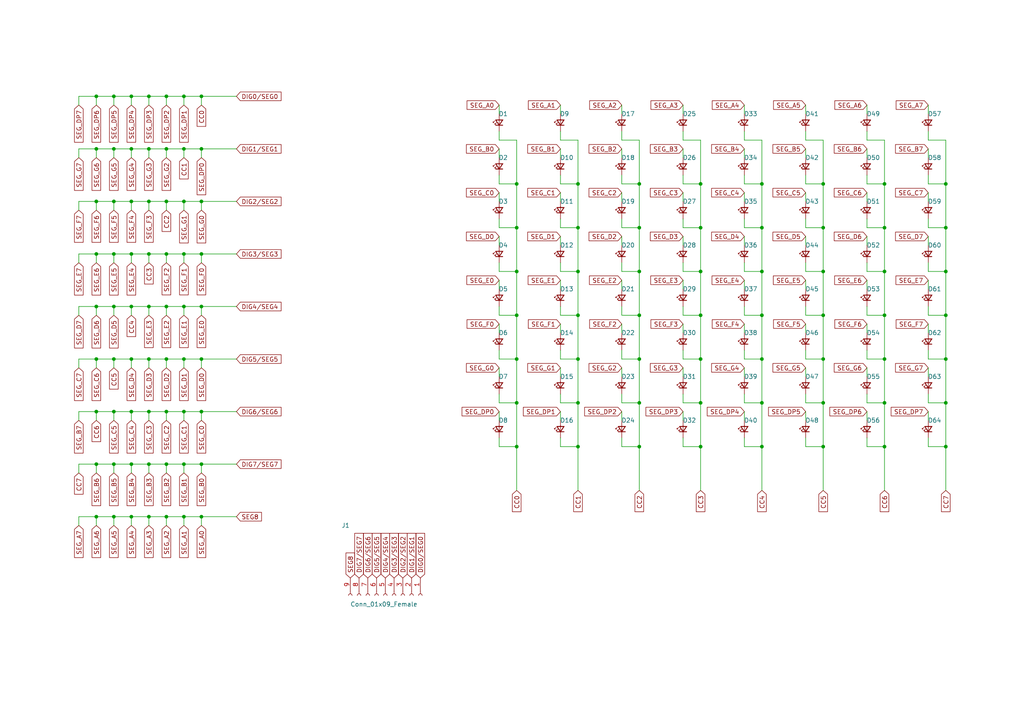
<source format=kicad_sch>
(kicad_sch (version 20211123) (generator eeschema)
  (paper "A4")
  (title_block (title "Charlieplexed LED array for MAX6951") (date "2023-01-14") (rev "1") (company "Jed Parsons"))
  (junction (at 185.42 66.04))
  (junction (at 203.2 78.74))
  (junction (at 33.02 58.42))
  (junction (at 38.1 134.62))
  (junction (at 167.64 53.34))
  (junction (at 220.98 53.34))
  (junction (at 185.42 116.84))
  (junction (at 238.76 104.14))
  (junction (at 167.64 66.04))
  (junction (at 38.1 104.14))
  (junction (at 33.02 27.94))
  (junction (at 27.94 134.62))
  (junction (at 58.42 149.86))
  (junction (at 48.26 43.18))
  (junction (at 220.98 104.14))
  (junction (at 27.94 119.38))
  (junction (at 238.76 78.74))
  (junction (at 203.2 66.04))
  (junction (at 48.26 73.66))
  (junction (at 203.2 53.34))
  (junction (at 38.1 43.18))
  (junction (at 27.94 149.86))
  (junction (at 38.1 88.9))
  (junction (at 33.02 43.18))
  (junction (at 43.18 27.94))
  (junction (at 58.42 88.9))
  (junction (at 43.18 88.9))
  (junction (at 274.32 91.44))
  (junction (at 149.86 104.14))
  (junction (at 220.98 66.04))
  (junction (at 238.76 53.34))
  (junction (at 27.94 58.42))
  (junction (at 256.54 116.84))
  (junction (at 43.18 119.38))
  (junction (at 256.54 53.34))
  (junction (at 38.1 58.42))
  (junction (at 58.42 134.62))
  (junction (at 53.34 88.9))
  (junction (at 33.02 134.62))
  (junction (at 27.94 104.14))
  (junction (at 27.94 27.94))
  (junction (at 220.98 129.54))
  (junction (at 185.42 104.14))
  (junction (at 38.1 119.38))
  (junction (at 185.42 78.74))
  (junction (at 43.18 73.66))
  (junction (at 43.18 43.18))
  (junction (at 33.02 119.38))
  (junction (at 33.02 88.9))
  (junction (at 256.54 129.54))
  (junction (at 43.18 58.42))
  (junction (at 203.2 129.54))
  (junction (at 53.34 58.42))
  (junction (at 256.54 66.04))
  (junction (at 48.26 134.62))
  (junction (at 48.26 58.42))
  (junction (at 53.34 119.38))
  (junction (at 149.86 66.04))
  (junction (at 38.1 149.86))
  (junction (at 149.86 78.74))
  (junction (at 53.34 134.62))
  (junction (at 274.32 104.14))
  (junction (at 27.94 43.18))
  (junction (at 238.76 116.84))
  (junction (at 149.86 116.84))
  (junction (at 38.1 73.66))
  (junction (at 185.42 91.44))
  (junction (at 274.32 129.54))
  (junction (at 185.42 129.54))
  (junction (at 167.64 104.14))
  (junction (at 48.26 149.86))
  (junction (at 274.32 66.04))
  (junction (at 167.64 78.74))
  (junction (at 203.2 116.84))
  (junction (at 256.54 78.74))
  (junction (at 149.86 91.44))
  (junction (at 33.02 104.14))
  (junction (at 58.42 73.66))
  (junction (at 167.64 91.44))
  (junction (at 203.2 91.44))
  (junction (at 149.86 129.54))
  (junction (at 274.32 78.74))
  (junction (at 43.18 149.86))
  (junction (at 58.42 27.94))
  (junction (at 238.76 91.44))
  (junction (at 53.34 149.86))
  (junction (at 220.98 78.74))
  (junction (at 58.42 119.38))
  (junction (at 43.18 134.62))
  (junction (at 220.98 116.84))
  (junction (at 27.94 73.66))
  (junction (at 53.34 27.94))
  (junction (at 238.76 129.54))
  (junction (at 33.02 149.86))
  (junction (at 256.54 91.44))
  (junction (at 220.98 91.44))
  (junction (at 167.64 129.54))
  (junction (at 149.86 53.34))
  (junction (at 27.94 88.9))
  (junction (at 43.18 104.14))
  (junction (at 58.42 43.18))
  (junction (at 185.42 53.34))
  (junction (at 58.42 58.42))
  (junction (at 274.32 116.84))
  (junction (at 203.2 104.14))
  (junction (at 48.26 104.14))
  (junction (at 48.26 88.9))
  (junction (at 274.32 53.34))
  (junction (at 53.34 73.66))
  (junction (at 58.42 104.14))
  (junction (at 33.02 73.66))
  (junction (at 238.76 66.04))
  (junction (at 48.26 27.94))
  (junction (at 38.1 27.94))
  (junction (at 256.54 104.14))
  (junction (at 53.34 43.18))
  (junction (at 53.34 104.14))
  (junction (at 167.64 116.84))
  (junction (at 48.26 119.38))
  (wire (pts (xy 233.68 83.82) (xy 233.68 81.28)))
  (wire (pts (xy 27.94 134.62) (xy 22.86 134.62)))
  (wire (pts (xy 162.56 96.52) (xy 162.56 93.98)))
  (wire (pts (xy 53.34 134.62) (xy 48.26 134.62)))
  (wire (pts (xy 68.58 73.66) (xy 58.42 73.66)))
  (wire (pts (xy 48.26 43.18) (xy 48.26 45.72)))
  (wire (pts (xy 215.9 109.22) (xy 215.9 106.68)))
  (wire (pts (xy 185.42 116.84) (xy 185.42 129.54)))
  (wire (pts (xy 251.46 33.02) (xy 251.46 30.48)))
  (wire (pts (xy 203.2 104.14) (xy 203.2 116.84)))
  (wire (pts (xy 162.56 40.64) (xy 167.64 40.64)))
  (wire (pts (xy 38.1 43.18) (xy 33.02 43.18)))
  (wire (pts (xy 180.34 109.22) (xy 180.34 106.68)))
  (wire (pts (xy 27.94 149.86) (xy 27.94 152.4)))
  (wire (pts (xy 274.32 66.04) (xy 274.32 78.74)))
  (wire (pts (xy 220.98 91.44) (xy 220.98 104.14)))
  (wire (pts (xy 220.98 53.34) (xy 220.98 66.04)))
  (wire (pts (xy 53.34 58.42) (xy 53.34 60.96)))
  (wire (pts (xy 48.26 58.42) (xy 43.18 58.42)))
  (wire (pts (xy 58.42 134.62) (xy 53.34 134.62)))
  (wire (pts (xy 162.56 63.5) (xy 162.56 66.04)))
  (wire (pts (xy 251.46 45.72) (xy 251.46 43.18)))
  (wire (pts (xy 58.42 73.66) (xy 53.34 73.66)))
  (wire (pts (xy 215.9 40.64) (xy 220.98 40.64)))
  (wire (pts (xy 27.94 88.9) (xy 27.94 91.44)))
  (wire (pts (xy 180.34 129.54) (xy 185.42 129.54)))
  (wire (pts (xy 167.64 129.54) (xy 167.64 142.24)))
  (wire (pts (xy 48.26 27.94) (xy 48.26 30.48)))
  (wire (pts (xy 38.1 43.18) (xy 38.1 45.72)))
  (wire (pts (xy 144.78 45.72) (xy 144.78 43.18)))
  (wire (pts (xy 269.24 58.42) (xy 269.24 55.88)))
  (wire (pts (xy 144.78 129.54) (xy 149.86 129.54)))
  (wire (pts (xy 180.34 101.6) (xy 180.34 104.14)))
  (wire (pts (xy 53.34 134.62) (xy 53.34 137.16)))
  (wire (pts (xy 233.68 127) (xy 233.68 129.54)))
  (wire (pts (xy 27.94 27.94) (xy 22.86 27.94)))
  (wire (pts (xy 162.56 88.9) (xy 162.56 91.44)))
  (wire (pts (xy 198.12 116.84) (xy 203.2 116.84)))
  (wire (pts (xy 58.42 27.94) (xy 58.42 30.48)))
  (wire (pts (xy 144.78 33.02) (xy 144.78 30.48)))
  (wire (pts (xy 198.12 45.72) (xy 198.12 43.18)))
  (wire (pts (xy 144.78 109.22) (xy 144.78 106.68)))
  (wire (pts (xy 162.56 116.84) (xy 167.64 116.84)))
  (wire (pts (xy 256.54 91.44) (xy 256.54 104.14)))
  (wire (pts (xy 185.42 91.44) (xy 185.42 104.14)))
  (wire (pts (xy 53.34 149.86) (xy 48.26 149.86)))
  (wire (pts (xy 198.12 88.9) (xy 198.12 91.44)))
  (wire (pts (xy 43.18 73.66) (xy 43.18 76.2)))
  (wire (pts (xy 53.34 58.42) (xy 48.26 58.42)))
  (wire (pts (xy 167.64 91.44) (xy 167.64 104.14)))
  (wire (pts (xy 233.68 66.04) (xy 238.76 66.04)))
  (wire (pts (xy 162.56 101.6) (xy 162.56 104.14)))
  (wire (pts (xy 180.34 63.5) (xy 180.34 66.04)))
  (wire (pts (xy 162.56 66.04) (xy 167.64 66.04)))
  (wire (pts (xy 215.9 114.3) (xy 215.9 116.84)))
  (wire (pts (xy 68.58 134.62) (xy 58.42 134.62)))
  (wire (pts (xy 180.34 83.82) (xy 180.34 81.28)))
  (wire (pts (xy 22.86 73.66) (xy 22.86 76.2)))
  (wire (pts (xy 27.94 149.86) (xy 22.86 149.86)))
  (wire (pts (xy 269.24 91.44) (xy 274.32 91.44)))
  (wire (pts (xy 22.86 43.18) (xy 22.86 45.72)))
  (wire (pts (xy 185.42 129.54) (xy 185.42 142.24)))
  (wire (pts (xy 53.34 73.66) (xy 53.34 76.2)))
  (wire (pts (xy 198.12 58.42) (xy 198.12 55.88)))
  (wire (pts (xy 27.94 58.42) (xy 27.94 60.96)))
  (wire (pts (xy 233.68 45.72) (xy 233.68 43.18)))
  (wire (pts (xy 68.58 88.9) (xy 58.42 88.9)))
  (wire (pts (xy 43.18 58.42) (xy 38.1 58.42)))
  (wire (pts (xy 144.78 50.8) (xy 144.78 53.34)))
  (wire (pts (xy 27.94 104.14) (xy 22.86 104.14)))
  (wire (pts (xy 203.2 53.34) (xy 203.2 66.04)))
  (wire (pts (xy 22.86 119.38) (xy 22.86 121.92)))
  (wire (pts (xy 220.98 66.04) (xy 220.98 78.74)))
  (wire (pts (xy 162.56 58.42) (xy 162.56 55.88)))
  (wire (pts (xy 220.98 129.54) (xy 220.98 142.24)))
  (wire (pts (xy 27.94 27.94) (xy 27.94 30.48)))
  (wire (pts (xy 269.24 104.14) (xy 274.32 104.14)))
  (wire (pts (xy 269.24 71.12) (xy 269.24 68.58)))
  (wire (pts (xy 43.18 88.9) (xy 43.18 91.44)))
  (wire (pts (xy 185.42 40.64) (xy 185.42 53.34)))
  (wire (pts (xy 68.58 27.94) (xy 58.42 27.94)))
  (wire (pts (xy 198.12 33.02) (xy 198.12 30.48)))
  (wire (pts (xy 180.34 45.72) (xy 180.34 43.18)))
  (wire (pts (xy 48.26 119.38) (xy 43.18 119.38)))
  (wire (pts (xy 149.86 116.84) (xy 149.86 129.54)))
  (wire (pts (xy 269.24 109.22) (xy 269.24 106.68)))
  (wire (pts (xy 251.46 121.92) (xy 251.46 119.38)))
  (wire (pts (xy 238.76 66.04) (xy 238.76 78.74)))
  (wire (pts (xy 43.18 134.62) (xy 43.18 137.16)))
  (wire (pts (xy 185.42 78.74) (xy 185.42 91.44)))
  (wire (pts (xy 58.42 43.18) (xy 58.42 45.72)))
  (wire (pts (xy 198.12 96.52) (xy 198.12 93.98)))
  (wire (pts (xy 233.68 38.1) (xy 233.68 40.64)))
  (wire (pts (xy 269.24 121.92) (xy 269.24 119.38)))
  (wire (pts (xy 180.34 127) (xy 180.34 129.54)))
  (wire (pts (xy 33.02 104.14) (xy 27.94 104.14)))
  (wire (pts (xy 215.9 66.04) (xy 220.98 66.04)))
  (wire (pts (xy 198.12 76.2) (xy 198.12 78.74)))
  (wire (pts (xy 144.78 76.2) (xy 144.78 78.74)))
  (wire (pts (xy 215.9 96.52) (xy 215.9 93.98)))
  (wire (pts (xy 180.34 66.04) (xy 185.42 66.04)))
  (wire (pts (xy 58.42 104.14) (xy 53.34 104.14)))
  (wire (pts (xy 180.34 96.52) (xy 180.34 93.98)))
  (wire (pts (xy 58.42 134.62) (xy 58.42 137.16)))
  (wire (pts (xy 53.34 119.38) (xy 53.34 121.92)))
  (wire (pts (xy 38.1 149.86) (xy 38.1 152.4)))
  (wire (pts (xy 203.2 129.54) (xy 203.2 142.24)))
  (wire (pts (xy 48.26 27.94) (xy 43.18 27.94)))
  (wire (pts (xy 162.56 33.02) (xy 162.56 30.48)))
  (wire (pts (xy 43.18 149.86) (xy 43.18 152.4)))
  (wire (pts (xy 33.02 73.66) (xy 33.02 76.2)))
  (wire (pts (xy 27.94 134.62) (xy 27.94 137.16)))
  (wire (pts (xy 43.18 119.38) (xy 43.18 121.92)))
  (wire (pts (xy 144.78 53.34) (xy 149.86 53.34)))
  (wire (pts (xy 27.94 119.38) (xy 27.94 121.92)))
  (wire (pts (xy 198.12 53.34) (xy 203.2 53.34)))
  (wire (pts (xy 144.78 78.74) (xy 149.86 78.74)))
  (wire (pts (xy 43.18 73.66) (xy 38.1 73.66)))
  (wire (pts (xy 22.86 134.62) (xy 22.86 137.16)))
  (wire (pts (xy 233.68 104.14) (xy 238.76 104.14)))
  (wire (pts (xy 198.12 71.12) (xy 198.12 68.58)))
  (wire (pts (xy 43.18 88.9) (xy 38.1 88.9)))
  (wire (pts (xy 180.34 33.02) (xy 180.34 30.48)))
  (wire (pts (xy 58.42 149.86) (xy 58.42 152.4)))
  (wire (pts (xy 251.46 114.3) (xy 251.46 116.84)))
  (wire (pts (xy 251.46 63.5) (xy 251.46 66.04)))
  (wire (pts (xy 251.46 50.8) (xy 251.46 53.34)))
  (wire (pts (xy 38.1 104.14) (xy 33.02 104.14)))
  (wire (pts (xy 269.24 96.52) (xy 269.24 93.98)))
  (wire (pts (xy 22.86 104.14) (xy 22.86 106.68)))
  (wire (pts (xy 149.86 40.64) (xy 149.86 53.34)))
  (wire (pts (xy 185.42 104.14) (xy 185.42 116.84)))
  (wire (pts (xy 220.98 116.84) (xy 220.98 129.54)))
  (wire (pts (xy 53.34 27.94) (xy 53.34 30.48)))
  (wire (pts (xy 167.64 53.34) (xy 167.64 66.04)))
  (wire (pts (xy 48.26 104.14) (xy 43.18 104.14)))
  (wire (pts (xy 162.56 76.2) (xy 162.56 78.74)))
  (wire (pts (xy 203.2 78.74) (xy 203.2 91.44)))
  (wire (pts (xy 215.9 104.14) (xy 220.98 104.14)))
  (wire (pts (xy 215.9 83.82) (xy 215.9 81.28)))
  (wire (pts (xy 180.34 53.34) (xy 185.42 53.34)))
  (wire (pts (xy 233.68 129.54) (xy 238.76 129.54)))
  (wire (pts (xy 269.24 66.04) (xy 274.32 66.04)))
  (wire (pts (xy 269.24 76.2) (xy 269.24 78.74)))
  (wire (pts (xy 198.12 38.1) (xy 198.12 40.64)))
  (wire (pts (xy 43.18 27.94) (xy 43.18 30.48)))
  (wire (pts (xy 27.94 119.38) (xy 22.86 119.38)))
  (wire (pts (xy 22.86 88.9) (xy 22.86 91.44)))
  (wire (pts (xy 233.68 116.84) (xy 238.76 116.84)))
  (wire (pts (xy 53.34 149.86) (xy 53.34 152.4)))
  (wire (pts (xy 215.9 127) (xy 215.9 129.54)))
  (wire (pts (xy 233.68 88.9) (xy 233.68 91.44)))
  (wire (pts (xy 144.78 83.82) (xy 144.78 81.28)))
  (wire (pts (xy 33.02 149.86) (xy 33.02 152.4)))
  (wire (pts (xy 48.26 58.42) (xy 48.26 60.96)))
  (wire (pts (xy 238.76 40.64) (xy 238.76 53.34)))
  (wire (pts (xy 38.1 134.62) (xy 33.02 134.62)))
  (wire (pts (xy 38.1 58.42) (xy 33.02 58.42)))
  (wire (pts (xy 251.46 127) (xy 251.46 129.54)))
  (wire (pts (xy 33.02 134.62) (xy 33.02 137.16)))
  (wire (pts (xy 215.9 71.12) (xy 215.9 68.58)))
  (wire (pts (xy 167.64 78.74) (xy 167.64 91.44)))
  (wire (pts (xy 27.94 88.9) (xy 22.86 88.9)))
  (wire (pts (xy 58.42 119.38) (xy 58.42 121.92)))
  (wire (pts (xy 38.1 58.42) (xy 38.1 60.96)))
  (wire (pts (xy 233.68 78.74) (xy 238.76 78.74)))
  (wire (pts (xy 144.78 88.9) (xy 144.78 91.44)))
  (wire (pts (xy 58.42 27.94) (xy 53.34 27.94)))
  (wire (pts (xy 53.34 27.94) (xy 48.26 27.94)))
  (wire (pts (xy 198.12 101.6) (xy 198.12 104.14)))
  (wire (pts (xy 144.78 40.64) (xy 149.86 40.64)))
  (wire (pts (xy 53.34 119.38) (xy 48.26 119.38)))
  (wire (pts (xy 43.18 43.18) (xy 38.1 43.18)))
  (wire (pts (xy 269.24 53.34) (xy 274.32 53.34)))
  (wire (pts (xy 251.46 78.74) (xy 256.54 78.74)))
  (wire (pts (xy 144.78 58.42) (xy 144.78 55.88)))
  (wire (pts (xy 180.34 71.12) (xy 180.34 68.58)))
  (wire (pts (xy 198.12 114.3) (xy 198.12 116.84)))
  (wire (pts (xy 48.26 73.66) (xy 48.26 76.2)))
  (wire (pts (xy 220.98 40.64) (xy 220.98 53.34)))
  (wire (pts (xy 27.94 43.18) (xy 22.86 43.18)))
  (wire (pts (xy 251.46 104.14) (xy 256.54 104.14)))
  (wire (pts (xy 274.32 129.54) (xy 274.32 142.24)))
  (wire (pts (xy 38.1 73.66) (xy 33.02 73.66)))
  (wire (pts (xy 269.24 38.1) (xy 269.24 40.64)))
  (wire (pts (xy 251.46 76.2) (xy 251.46 78.74)))
  (wire (pts (xy 198.12 50.8) (xy 198.12 53.34)))
  (wire (pts (xy 215.9 76.2) (xy 215.9 78.74)))
  (wire (pts (xy 238.76 104.14) (xy 238.76 116.84)))
  (wire (pts (xy 274.32 40.64) (xy 274.32 53.34)))
  (wire (pts (xy 53.34 88.9) (xy 48.26 88.9)))
  (wire (pts (xy 256.54 66.04) (xy 256.54 78.74)))
  (wire (pts (xy 33.02 149.86) (xy 27.94 149.86)))
  (wire (pts (xy 274.32 78.74) (xy 274.32 91.44)))
  (wire (pts (xy 238.76 78.74) (xy 238.76 91.44)))
  (wire (pts (xy 48.26 134.62) (xy 48.26 137.16)))
  (wire (pts (xy 233.68 40.64) (xy 238.76 40.64)))
  (wire (pts (xy 215.9 91.44) (xy 220.98 91.44)))
  (wire (pts (xy 215.9 78.74) (xy 220.98 78.74)))
  (wire (pts (xy 43.18 104.14) (xy 43.18 106.68)))
  (wire (pts (xy 43.18 134.62) (xy 38.1 134.62)))
  (wire (pts (xy 215.9 101.6) (xy 215.9 104.14)))
  (wire (pts (xy 38.1 88.9) (xy 33.02 88.9)))
  (wire (pts (xy 53.34 43.18) (xy 48.26 43.18)))
  (wire (pts (xy 149.86 104.14) (xy 149.86 116.84)))
  (wire (pts (xy 251.46 109.22) (xy 251.46 106.68)))
  (wire (pts (xy 33.02 88.9) (xy 27.94 88.9)))
  (wire (pts (xy 162.56 114.3) (xy 162.56 116.84)))
  (wire (pts (xy 215.9 45.72) (xy 215.9 43.18)))
  (wire (pts (xy 180.34 104.14) (xy 185.42 104.14)))
  (wire (pts (xy 198.12 121.92) (xy 198.12 119.38)))
  (wire (pts (xy 27.94 104.14) (xy 27.94 106.68)))
  (wire (pts (xy 215.9 58.42) (xy 215.9 55.88)))
  (wire (pts (xy 269.24 33.02) (xy 269.24 30.48)))
  (wire (pts (xy 38.1 27.94) (xy 33.02 27.94)))
  (wire (pts (xy 68.58 119.38) (xy 58.42 119.38)))
  (wire (pts (xy 256.54 53.34) (xy 256.54 66.04)))
  (wire (pts (xy 48.26 134.62) (xy 43.18 134.62)))
  (wire (pts (xy 162.56 83.82) (xy 162.56 81.28)))
  (wire (pts (xy 144.78 121.92) (xy 144.78 119.38)))
  (wire (pts (xy 269.24 40.64) (xy 274.32 40.64)))
  (wire (pts (xy 269.24 129.54) (xy 274.32 129.54)))
  (wire (pts (xy 33.02 43.18) (xy 33.02 45.72)))
  (wire (pts (xy 198.12 63.5) (xy 198.12 66.04)))
  (wire (pts (xy 33.02 104.14) (xy 33.02 106.68)))
  (wire (pts (xy 149.86 53.34) (xy 149.86 66.04)))
  (wire (pts (xy 220.98 104.14) (xy 220.98 116.84)))
  (wire (pts (xy 162.56 71.12) (xy 162.56 68.58)))
  (wire (pts (xy 233.68 114.3) (xy 233.68 116.84)))
  (wire (pts (xy 48.26 104.14) (xy 48.26 106.68)))
  (wire (pts (xy 38.1 73.66) (xy 38.1 76.2)))
  (wire (pts (xy 269.24 127) (xy 269.24 129.54)))
  (wire (pts (xy 149.86 91.44) (xy 149.86 104.14)))
  (wire (pts (xy 198.12 109.22) (xy 198.12 106.68)))
  (wire (pts (xy 38.1 27.94) (xy 38.1 30.48)))
  (wire (pts (xy 269.24 114.3) (xy 269.24 116.84)))
  (wire (pts (xy 215.9 63.5) (xy 215.9 66.04)))
  (wire (pts (xy 53.34 104.14) (xy 53.34 106.68)))
  (wire (pts (xy 198.12 40.64) (xy 203.2 40.64)))
  (wire (pts (xy 233.68 101.6) (xy 233.68 104.14)))
  (wire (pts (xy 274.32 53.34) (xy 274.32 66.04)))
  (wire (pts (xy 203.2 66.04) (xy 203.2 78.74)))
  (wire (pts (xy 144.78 101.6) (xy 144.78 104.14)))
  (wire (pts (xy 269.24 78.74) (xy 274.32 78.74)))
  (wire (pts (xy 43.18 58.42) (xy 43.18 60.96)))
  (wire (pts (xy 58.42 73.66) (xy 58.42 76.2)))
  (wire (pts (xy 162.56 53.34) (xy 167.64 53.34)))
  (wire (pts (xy 251.46 88.9) (xy 251.46 91.44)))
  (wire (pts (xy 256.54 116.84) (xy 256.54 129.54)))
  (wire (pts (xy 269.24 50.8) (xy 269.24 53.34)))
  (wire (pts (xy 58.42 104.14) (xy 58.42 106.68)))
  (wire (pts (xy 167.64 66.04) (xy 167.64 78.74)))
  (wire (pts (xy 43.18 149.86) (xy 38.1 149.86)))
  (wire (pts (xy 233.68 53.34) (xy 238.76 53.34)))
  (wire (pts (xy 233.68 50.8) (xy 233.68 53.34)))
  (wire (pts (xy 53.34 43.18) (xy 53.34 45.72)))
  (wire (pts (xy 58.42 149.86) (xy 53.34 149.86)))
  (wire (pts (xy 48.26 43.18) (xy 43.18 43.18)))
  (wire (pts (xy 144.78 104.14) (xy 149.86 104.14)))
  (wire (pts (xy 144.78 63.5) (xy 144.78 66.04)))
  (wire (pts (xy 251.46 83.82) (xy 251.46 81.28)))
  (wire (pts (xy 162.56 91.44) (xy 167.64 91.44)))
  (wire (pts (xy 167.64 104.14) (xy 167.64 116.84)))
  (wire (pts (xy 162.56 45.72) (xy 162.56 43.18)))
  (wire (pts (xy 251.46 91.44) (xy 256.54 91.44)))
  (wire (pts (xy 251.46 96.52) (xy 251.46 93.98)))
  (wire (pts (xy 233.68 33.02) (xy 233.68 30.48)))
  (wire (pts (xy 233.68 58.42) (xy 233.68 55.88)))
  (wire (pts (xy 220.98 78.74) (xy 220.98 91.44)))
  (wire (pts (xy 251.46 129.54) (xy 256.54 129.54)))
  (wire (pts (xy 33.02 58.42) (xy 27.94 58.42)))
  (wire (pts (xy 203.2 40.64) (xy 203.2 53.34)))
  (wire (pts (xy 180.34 38.1) (xy 180.34 40.64)))
  (wire (pts (xy 233.68 121.92) (xy 233.68 119.38)))
  (wire (pts (xy 215.9 50.8) (xy 215.9 53.34)))
  (wire (pts (xy 167.64 40.64) (xy 167.64 53.34)))
  (wire (pts (xy 269.24 83.82) (xy 269.24 81.28)))
  (wire (pts (xy 185.42 53.34) (xy 185.42 66.04)))
  (wire (pts (xy 27.94 73.66) (xy 22.86 73.66)))
  (wire (pts (xy 203.2 91.44) (xy 203.2 104.14)))
  (wire (pts (xy 33.02 73.66) (xy 27.94 73.66)))
  (wire (pts (xy 274.32 104.14) (xy 274.32 116.84)))
  (wire (pts (xy 162.56 78.74) (xy 167.64 78.74)))
  (wire (pts (xy 162.56 50.8) (xy 162.56 53.34)))
  (wire (pts (xy 162.56 127) (xy 162.56 129.54)))
  (wire (pts (xy 180.34 114.3) (xy 180.34 116.84)))
  (wire (pts (xy 215.9 121.92) (xy 215.9 119.38)))
  (wire (pts (xy 144.78 91.44) (xy 149.86 91.44)))
  (wire (pts (xy 38.1 134.62) (xy 38.1 137.16)))
  (wire (pts (xy 233.68 63.5) (xy 233.68 66.04)))
  (wire (pts (xy 167.64 116.84) (xy 167.64 129.54)))
  (wire (pts (xy 274.32 116.84) (xy 274.32 129.54)))
  (wire (pts (xy 233.68 91.44) (xy 238.76 91.44)))
  (wire (pts (xy 233.68 76.2) (xy 233.68 78.74)))
  (wire (pts (xy 274.32 91.44) (xy 274.32 104.14)))
  (wire (pts (xy 33.02 119.38) (xy 27.94 119.38)))
  (wire (pts (xy 58.42 88.9) (xy 58.42 91.44)))
  (wire (pts (xy 38.1 119.38) (xy 38.1 121.92)))
  (wire (pts (xy 180.34 88.9) (xy 180.34 91.44)))
  (wire (pts (xy 203.2 116.84) (xy 203.2 129.54)))
  (wire (pts (xy 215.9 129.54) (xy 220.98 129.54)))
  (wire (pts (xy 162.56 104.14) (xy 167.64 104.14)))
  (wire (pts (xy 269.24 88.9) (xy 269.24 91.44)))
  (wire (pts (xy 198.12 104.14) (xy 203.2 104.14)))
  (wire (pts (xy 48.26 88.9) (xy 48.26 91.44)))
  (wire (pts (xy 27.94 58.42) (xy 22.86 58.42)))
  (wire (pts (xy 215.9 33.02) (xy 215.9 30.48)))
  (wire (pts (xy 162.56 109.22) (xy 162.56 106.68)))
  (wire (pts (xy 238.76 53.34) (xy 238.76 66.04)))
  (wire (pts (xy 233.68 71.12) (xy 233.68 68.58)))
  (wire (pts (xy 33.02 27.94) (xy 33.02 30.48)))
  (wire (pts (xy 38.1 88.9) (xy 38.1 91.44)))
  (wire (pts (xy 238.76 91.44) (xy 238.76 104.14)))
  (wire (pts (xy 162.56 129.54) (xy 167.64 129.54)))
  (wire (pts (xy 180.34 91.44) (xy 185.42 91.44)))
  (wire (pts (xy 162.56 121.92) (xy 162.56 119.38)))
  (wire (pts (xy 58.42 58.42) (xy 53.34 58.42)))
  (wire (pts (xy 144.78 71.12) (xy 144.78 68.58)))
  (wire (pts (xy 185.42 66.04) (xy 185.42 78.74)))
  (wire (pts (xy 215.9 38.1) (xy 215.9 40.64)))
  (wire (pts (xy 149.86 78.74) (xy 149.86 91.44)))
  (wire (pts (xy 198.12 91.44) (xy 203.2 91.44)))
  (wire (pts (xy 48.26 149.86) (xy 48.26 152.4)))
  (wire (pts (xy 180.34 76.2) (xy 180.34 78.74)))
  (wire (pts (xy 53.34 88.9) (xy 53.34 91.44)))
  (wire (pts (xy 215.9 116.84) (xy 220.98 116.84)))
  (wire (pts (xy 33.02 119.38) (xy 33.02 121.92)))
  (wire (pts (xy 233.68 109.22) (xy 233.68 106.68)))
  (wire (pts (xy 256.54 129.54) (xy 256.54 142.24)))
  (wire (pts (xy 180.34 78.74) (xy 185.42 78.74)))
  (wire (pts (xy 180.34 58.42) (xy 180.34 55.88)))
  (wire (pts (xy 43.18 43.18) (xy 43.18 45.72)))
  (wire (pts (xy 251.46 116.84) (xy 256.54 116.84)))
  (wire (pts (xy 22.86 27.94) (xy 22.86 30.48)))
  (wire (pts (xy 215.9 53.34) (xy 220.98 53.34)))
  (wire (pts (xy 38.1 119.38) (xy 33.02 119.38)))
  (wire (pts (xy 33.02 134.62) (xy 27.94 134.62)))
  (wire (pts (xy 180.34 50.8) (xy 180.34 53.34)))
  (wire (pts (xy 144.78 114.3) (xy 144.78 116.84)))
  (wire (pts (xy 251.46 71.12) (xy 251.46 68.58)))
  (wire (pts (xy 53.34 73.66) (xy 48.26 73.66)))
  (wire (pts (xy 53.34 104.14) (xy 48.26 104.14)))
  (wire (pts (xy 48.26 149.86) (xy 43.18 149.86)))
  (wire (pts (xy 33.02 43.18) (xy 27.94 43.18)))
  (wire (pts (xy 43.18 119.38) (xy 38.1 119.38)))
  (wire (pts (xy 33.02 88.9) (xy 33.02 91.44)))
  (wire (pts (xy 251.46 53.34) (xy 256.54 53.34)))
  (wire (pts (xy 269.24 63.5) (xy 269.24 66.04)))
  (wire (pts (xy 256.54 40.64) (xy 256.54 53.34)))
  (wire (pts (xy 256.54 104.14) (xy 256.54 116.84)))
  (wire (pts (xy 43.18 27.94) (xy 38.1 27.94)))
  (wire (pts (xy 58.42 58.42) (xy 58.42 60.96)))
  (wire (pts (xy 238.76 129.54) (xy 238.76 142.24)))
  (wire (pts (xy 180.34 121.92) (xy 180.34 119.38)))
  (wire (pts (xy 233.68 96.52) (xy 233.68 93.98)))
  (wire (pts (xy 144.78 116.84) (xy 149.86 116.84)))
  (wire (pts (xy 198.12 129.54) (xy 203.2 129.54)))
  (wire (pts (xy 68.58 58.42) (xy 58.42 58.42)))
  (wire (pts (xy 251.46 38.1) (xy 251.46 40.64)))
  (wire (pts (xy 144.78 38.1) (xy 144.78 40.64)))
  (wire (pts (xy 269.24 101.6) (xy 269.24 104.14)))
  (wire (pts (xy 215.9 88.9) (xy 215.9 91.44)))
  (wire (pts (xy 251.46 40.64) (xy 256.54 40.64)))
  (wire (pts (xy 149.86 66.04) (xy 149.86 78.74)))
  (wire (pts (xy 149.86 129.54) (xy 149.86 142.24)))
  (wire (pts (xy 58.42 88.9) (xy 53.34 88.9)))
  (wire (pts (xy 144.78 127) (xy 144.78 129.54)))
  (wire (pts (xy 180.34 40.64) (xy 185.42 40.64)))
  (wire (pts (xy 180.34 116.84) (xy 185.42 116.84)))
  (wire (pts (xy 198.12 78.74) (xy 203.2 78.74)))
  (wire (pts (xy 144.78 96.52) (xy 144.78 93.98)))
  (wire (pts (xy 22.86 149.86) (xy 22.86 152.4)))
  (wire (pts (xy 38.1 149.86) (xy 33.02 149.86)))
  (wire (pts (xy 43.18 104.14) (xy 38.1 104.14)))
  (wire (pts (xy 198.12 83.82) (xy 198.12 81.28)))
  (wire (pts (xy 144.78 66.04) (xy 149.86 66.04)))
  (wire (pts (xy 251.46 58.42) (xy 251.46 55.88)))
  (wire (pts (xy 58.42 119.38) (xy 53.34 119.38)))
  (wire (pts (xy 33.02 58.42) (xy 33.02 60.96)))
  (wire (pts (xy 256.54 78.74) (xy 256.54 91.44)))
  (wire (pts (xy 48.26 73.66) (xy 43.18 73.66)))
  (wire (pts (xy 68.58 43.18) (xy 58.42 43.18)))
  (wire (pts (xy 68.58 149.86) (xy 58.42 149.86)))
  (wire (pts (xy 22.86 58.42) (xy 22.86 60.96)))
  (wire (pts (xy 251.46 66.04) (xy 256.54 66.04)))
  (wire (pts (xy 38.1 104.14) (xy 38.1 106.68)))
  (wire (pts (xy 48.26 88.9) (xy 43.18 88.9)))
  (wire (pts (xy 162.56 38.1) (xy 162.56 40.64)))
  (wire (pts (xy 238.76 116.84) (xy 238.76 129.54)))
  (wire (pts (xy 68.58 104.14) (xy 58.42 104.14)))
  (wire (pts (xy 33.02 27.94) (xy 27.94 27.94)))
  (wire (pts (xy 48.26 119.38) (xy 48.26 121.92)))
  (wire (pts (xy 251.46 101.6) (xy 251.46 104.14)))
  (wire (pts (xy 198.12 66.04) (xy 203.2 66.04)))
  (wire (pts (xy 27.94 43.18) (xy 27.94 45.72)))
  (wire (pts (xy 27.94 73.66) (xy 27.94 76.2)))
  (wire (pts (xy 58.42 43.18) (xy 53.34 43.18)))
  (wire (pts (xy 269.24 116.84) (xy 274.32 116.84)))
  (wire (pts (xy 198.12 127) (xy 198.12 129.54)))
  (wire (pts (xy 269.24 45.72) (xy 269.24 43.18)))
  (global_label "CC6" (shape input) (at 27.94 121.92 270) (property "Intersheet References" "${INTERSHEET_REFS}" (effects hide)))
  (global_label "SEG_C2" (shape input) (at 48.26 121.92 270) (property "Intersheet References" "${INTERSHEET_REFS}" (effects hide)))
  (global_label "SEG_F2" (shape input) (at 48.26 76.2 270) (property "Intersheet References" "${INTERSHEET_REFS}" (effects hide)))
  (global_label "DIG0{slash}SEG0" (shape input) (at 121.92 167.64 90) (property "Intersheet References" "${INTERSHEET_REFS}" (effects hide)))
  (global_label "SEG_DP6" (shape input) (at 27.94 30.48 270) (property "Intersheet References" "${INTERSHEET_REFS}" (effects hide)))
  (global_label "SEG_A7" (shape input) (at 22.86 152.4 270) (property "Intersheet References" "${INTERSHEET_REFS}" (effects hide)))
  (global_label "SEG_B3" (shape input) (at 43.18 137.16 270) (property "Intersheet References" "${INTERSHEET_REFS}" (effects hide)))
  (global_label "SEG_D7" (shape input) (at 269.24 68.58 180) (property "Intersheet References" "${INTERSHEET_REFS}" (effects hide)))
  (global_label "SEG_DP1" (shape input) (at 53.34 30.48 270) (property "Intersheet References" "${INTERSHEET_REFS}" (effects hide)))
  (global_label "SEG_F5" (shape input) (at 33.02 60.96 270) (property "Intersheet References" "${INTERSHEET_REFS}" (effects hide)))
  (global_label "SEG_G0" (shape input) (at 58.42 60.96 270) (property "Intersheet References" "${INTERSHEET_REFS}" (effects hide)))
  (global_label "CC2" (shape input) (at 185.42 142.24 270) (property "Intersheet References" "${INTERSHEET_REFS}" (effects hide)))
  (global_label "SEG_DP5" (shape input) (at 233.68 119.38 180) (property "Intersheet References" "${INTERSHEET_REFS}" (effects hide)))
  (global_label "SEG_B7" (shape input) (at 269.24 43.18 180) (property "Intersheet References" "${INTERSHEET_REFS}" (effects hide)))
  (global_label "SEG_G3" (shape input) (at 43.18 45.72 270) (property "Intersheet References" "${INTERSHEET_REFS}" (effects hide)))
  (global_label "SEG_F1" (shape input) (at 53.34 76.2 270) (property "Intersheet References" "${INTERSHEET_REFS}" (effects hide)))
  (global_label "SEG_F1" (shape input) (at 162.56 93.98 180) (property "Intersheet References" "${INTERSHEET_REFS}" (effects hide)))
  (global_label "SEG_B4" (shape input) (at 215.9 43.18 180) (property "Intersheet References" "${INTERSHEET_REFS}" (effects hide)))
  (global_label "SEG_DP0" (shape input) (at 144.78 119.38 180) (property "Intersheet References" "${INTERSHEET_REFS}" (effects hide)))
  (global_label "SEG_G5" (shape input) (at 33.02 45.72 270) (property "Intersheet References" "${INTERSHEET_REFS}" (effects hide)))
  (global_label "SEG_B1" (shape input) (at 162.56 43.18 180) (property "Intersheet References" "${INTERSHEET_REFS}" (effects hide)))
  (global_label "SEG_C5" (shape input) (at 233.68 55.88 180) (property "Intersheet References" "${INTERSHEET_REFS}" (effects hide)))
  (global_label "DIG7{slash}SEG7" (shape input) (at 68.58 134.62 0) (property "Intersheet References" "${INTERSHEET_REFS}" (effects hide)))
  (global_label "SEG_G0" (shape input) (at 144.78 106.68 180) (property "Intersheet References" "${INTERSHEET_REFS}" (effects hide)))
  (global_label "SEG_F7" (shape input) (at 269.24 93.98 180) (property "Intersheet References" "${INTERSHEET_REFS}" (effects hide)))
  (global_label "SEG_B2" (shape input) (at 180.34 43.18 180) (property "Intersheet References" "${INTERSHEET_REFS}" (effects hide)))
  (global_label "SEG_DP7" (shape input) (at 269.24 119.38 180) (property "Intersheet References" "${INTERSHEET_REFS}" (effects hide)))
  (global_label "SEG_A7" (shape input) (at 269.24 30.48 180) (property "Intersheet References" "${INTERSHEET_REFS}" (effects hide)))
  (global_label "SEG_C0" (shape input) (at 144.78 55.88 180) (property "Intersheet References" "${INTERSHEET_REFS}" (effects hide)))
  (global_label "SEG_D2" (shape input) (at 180.34 68.58 180) (property "Intersheet References" "${INTERSHEET_REFS}" (effects hide)))
  (global_label "SEG_E1" (shape input) (at 162.56 81.28 180) (property "Intersheet References" "${INTERSHEET_REFS}" (effects hide)))
  (global_label "DIG4{slash}SEG4" (shape input) (at 68.58 88.9 0) (property "Intersheet References" "${INTERSHEET_REFS}" (effects hide)))
  (global_label "CC4" (shape input) (at 220.98 142.24 270) (property "Intersheet References" "${INTERSHEET_REFS}" (effects hide)))
  (global_label "SEG_D6" (shape input) (at 251.46 68.58 180) (property "Intersheet References" "${INTERSHEET_REFS}" (effects hide)))
  (global_label "SEG_C1" (shape input) (at 162.56 55.88 180) (property "Intersheet References" "${INTERSHEET_REFS}" (effects hide)))
  (global_label "SEG_D5" (shape input) (at 33.02 91.44 270) (property "Intersheet References" "${INTERSHEET_REFS}" (effects hide)))
  (global_label "DIG5{slash}SEG5" (shape input) (at 68.58 104.14 0) (property "Intersheet References" "${INTERSHEET_REFS}" (effects hide)))
  (global_label "SEG_G6" (shape input) (at 27.94 45.72 270) (property "Intersheet References" "${INTERSHEET_REFS}" (effects hide)))
  (global_label "DIG3{slash}SEG3" (shape input) (at 68.58 73.66 0) (property "Intersheet References" "${INTERSHEET_REFS}" (effects hide)))
  (global_label "SEG_G6" (shape input) (at 251.46 106.68 180) (property "Intersheet References" "${INTERSHEET_REFS}" (effects hide)))
  (global_label "SEG_D7" (shape input) (at 22.86 91.44 270) (property "Intersheet References" "${INTERSHEET_REFS}" (effects hide)))
  (global_label "DIG2{slash}SEG2" (shape input) (at 116.84 167.64 90) (property "Intersheet References" "${INTERSHEET_REFS}" (effects hide)))
  (global_label "SEG_A2" (shape input) (at 180.34 30.48 180) (property "Intersheet References" "${INTERSHEET_REFS}" (effects hide)))
  (global_label "SEG_E2" (shape input) (at 48.26 91.44 270) (property "Intersheet References" "${INTERSHEET_REFS}" (effects hide)))
  (global_label "SEG_B2" (shape input) (at 48.26 137.16 270) (property "Intersheet References" "${INTERSHEET_REFS}" (effects hide)))
  (global_label "SEG_D1" (shape input) (at 53.34 106.68 270) (property "Intersheet References" "${INTERSHEET_REFS}" (effects hide)))
  (global_label "DIG5{slash}SEG5" (shape input) (at 109.22 167.64 90) (property "Intersheet References" "${INTERSHEET_REFS}" (effects hide)))
  (global_label "SEG_C5" (shape input) (at 33.02 121.92 270) (property "Intersheet References" "${INTERSHEET_REFS}" (effects hide)))
  (global_label "SEG_A5" (shape input) (at 233.68 30.48 180) (property "Intersheet References" "${INTERSHEET_REFS}" (effects hide)))
  (global_label "SEG_E3" (shape input) (at 198.12 81.28 180) (property "Intersheet References" "${INTERSHEET_REFS}" (effects hide)))
  (global_label "SEG_B1" (shape input) (at 53.34 137.16 270) (property "Intersheet References" "${INTERSHEET_REFS}" (effects hide)))
  (global_label "SEG_A0" (shape input) (at 58.42 152.4 270) (property "Intersheet References" "${INTERSHEET_REFS}" (effects hide)))
  (global_label "SEG_E6" (shape input) (at 251.46 81.28 180) (property "Intersheet References" "${INTERSHEET_REFS}" (effects hide)))
  (global_label "SEG_C4" (shape input) (at 38.1 121.92 270) (property "Intersheet References" "${INTERSHEET_REFS}" (effects hide)))
  (global_label "SEG_F2" (shape input) (at 180.34 93.98 180) (property "Intersheet References" "${INTERSHEET_REFS}" (effects hide)))
  (global_label "SEG_F4" (shape input) (at 215.9 93.98 180) (property "Intersheet References" "${INTERSHEET_REFS}" (effects hide)))
  (global_label "CC2" (shape input) (at 48.26 60.96 270) (property "Intersheet References" "${INTERSHEET_REFS}" (effects hide)))
  (global_label "CC3" (shape input) (at 203.2 142.24 270) (property "Intersheet References" "${INTERSHEET_REFS}" (effects hide)))
  (global_label "DIG7{slash}SEG7" (shape input) (at 104.14 167.64 90) (property "Intersheet References" "${INTERSHEET_REFS}" (effects hide)))
  (global_label "SEG_DP2" (shape input) (at 48.26 30.48 270) (property "Intersheet References" "${INTERSHEET_REFS}" (effects hide)))
  (global_label "SEG_G5" (shape input) (at 233.68 106.68 180) (property "Intersheet References" "${INTERSHEET_REFS}" (effects hide)))
  (global_label "SEG_C2" (shape input) (at 180.34 55.88 180) (property "Intersheet References" "${INTERSHEET_REFS}" (effects hide)))
  (global_label "SEG_E1" (shape input) (at 53.34 91.44 270) (property "Intersheet References" "${INTERSHEET_REFS}" (effects hide)))
  (global_label "SEG_G2" (shape input) (at 48.26 45.72 270) (property "Intersheet References" "${INTERSHEET_REFS}" (effects hide)))
  (global_label "SEG_DP4" (shape input) (at 38.1 30.48 270) (property "Intersheet References" "${INTERSHEET_REFS}" (effects hide)))
  (global_label "DIG4{slash}SEG4" (shape input) (at 111.76 167.64 90) (property "Intersheet References" "${INTERSHEET_REFS}" (effects hide)))
  (global_label "CC6" (shape input) (at 256.54 142.24 270) (property "Intersheet References" "${INTERSHEET_REFS}" (effects hide)))
  (global_label "SEG_F0" (shape input) (at 144.78 93.98 180) (property "Intersheet References" "${INTERSHEET_REFS}" (effects hide)))
  (global_label "SEG_B5" (shape input) (at 33.02 137.16 270) (property "Intersheet References" "${INTERSHEET_REFS}" (effects hide)))
  (global_label "DIG1{slash}SEG1" (shape input) (at 68.58 43.18 0) (property "Intersheet References" "${INTERSHEET_REFS}" (effects hide)))
  (global_label "DIG6{slash}SEG6" (shape input) (at 106.68 167.64 90) (property "Intersheet References" "${INTERSHEET_REFS}" (effects hide)))
  (global_label "SEG_B3" (shape input) (at 198.12 43.18 180) (property "Intersheet References" "${INTERSHEET_REFS}" (effects hide)))
  (global_label "SEG_D2" (shape input) (at 48.26 106.68 270) (property "Intersheet References" "${INTERSHEET_REFS}" (effects hide)))
  (global_label "SEG_E4" (shape input) (at 215.9 81.28 180) (property "Intersheet References" "${INTERSHEET_REFS}" (effects hide)))
  (global_label "CC1" (shape input) (at 167.64 142.24 270) (property "Intersheet References" "${INTERSHEET_REFS}" (effects hide)))
  (global_label "SEG_D0" (shape input) (at 144.78 68.58 180) (property "Intersheet References" "${INTERSHEET_REFS}" (effects hide)))
  (global_label "SEG_C6" (shape input) (at 251.46 55.88 180) (property "Intersheet References" "${INTERSHEET_REFS}" (effects hide)))
  (global_label "SEG_A1" (shape input) (at 162.56 30.48 180) (property "Intersheet References" "${INTERSHEET_REFS}" (effects hide)))
  (global_label "SEG_B5" (shape input) (at 233.68 43.18 180) (property "Intersheet References" "${INTERSHEET_REFS}" (effects hide)))
  (global_label "SEG_E0" (shape input) (at 144.78 81.28 180) (property "Intersheet References" "${INTERSHEET_REFS}" (effects hide)))
  (global_label "SEG_D3" (shape input) (at 43.18 106.68 270) (property "Intersheet References" "${INTERSHEET_REFS}" (effects hide)))
  (global_label "SEG_F6" (shape input) (at 27.94 60.96 270) (property "Intersheet References" "${INTERSHEET_REFS}" (effects hide)))
  (global_label "SEG_C1" (shape input) (at 53.34 121.92 270) (property "Intersheet References" "${INTERSHEET_REFS}" (effects hide)))
  (global_label "SEG_F0" (shape input) (at 58.42 76.2 270) (property "Intersheet References" "${INTERSHEET_REFS}" (effects hide)))
  (global_label "SEG_F3" (shape input) (at 198.12 93.98 180) (property "Intersheet References" "${INTERSHEET_REFS}" (effects hide)))
  (global_label "SEG_E4" (shape input) (at 38.1 76.2 270) (property "Intersheet References" "${INTERSHEET_REFS}" (effects hide)))
  (global_label "SEG_A5" (shape input) (at 33.02 152.4 270) (property "Intersheet References" "${INTERSHEET_REFS}" (effects hide)))
  (global_label "SEG_D3" (shape input) (at 198.12 68.58 180) (property "Intersheet References" "${INTERSHEET_REFS}" (effects hide)))
  (global_label "CC5" (shape input) (at 238.76 142.24 270) (property "Intersheet References" "${INTERSHEET_REFS}" (effects hide)))
  (global_label "CC7" (shape input) (at 22.86 137.16 270) (property "Intersheet References" "${INTERSHEET_REFS}" (effects hide)))
  (global_label "SEG_G3" (shape input) (at 198.12 106.68 180) (property "Intersheet References" "${INTERSHEET_REFS}" (effects hide)))
  (global_label "CC5" (shape input) (at 33.02 106.68 270) (property "Intersheet References" "${INTERSHEET_REFS}" (effects hide)))
  (global_label "SEG_E2" (shape input) (at 180.34 81.28 180) (property "Intersheet References" "${INTERSHEET_REFS}" (effects hide)))
  (global_label "CC1" (shape input) (at 53.34 45.72 270) (property "Intersheet References" "${INTERSHEET_REFS}" (effects hide)))
  (global_label "SEG8" (shape input) (at 101.6 167.64 90) (property "Intersheet References" "${INTERSHEET_REFS}" (effects hide)))
  (global_label "SEG_G1" (shape input) (at 162.56 106.68 180) (property "Intersheet References" "${INTERSHEET_REFS}" (effects hide)))
  (global_label "SEG_C3" (shape input) (at 43.18 121.92 270) (property "Intersheet References" "${INTERSHEET_REFS}" (effects hide)))
  (global_label "SEG_E0" (shape input) (at 58.42 91.44 270) (property "Intersheet References" "${INTERSHEET_REFS}" (effects hide)))
  (global_label "SEG_B0" (shape input) (at 144.78 43.18 180) (property "Intersheet References" "${INTERSHEET_REFS}" (effects hide)))
  (global_label "SEG_DP3" (shape input) (at 43.18 30.48 270) (property "Intersheet References" "${INTERSHEET_REFS}" (effects hide)))
  (global_label "DIG0{slash}SEG0" (shape input) (at 68.58 27.94 0) (property "Intersheet References" "${INTERSHEET_REFS}" (effects hide)))
  (global_label "CC4" (shape input) (at 38.1 91.44 270) (property "Intersheet References" "${INTERSHEET_REFS}" (effects hide)))
  (global_label "SEG_G2" (shape input) (at 180.34 106.68 180) (property "Intersheet References" "${INTERSHEET_REFS}" (effects hide)))
  (global_label "SEG_DP4" (shape input) (at 215.9 119.38 180) (property "Intersheet References" "${INTERSHEET_REFS}" (effects hide)))
  (global_label "SEG_G7" (shape input) (at 22.86 45.72 270) (property "Intersheet References" "${INTERSHEET_REFS}" (effects hide)))
  (global_label "SEG_A0" (shape input) (at 144.78 30.48 180) (property "Intersheet References" "${INTERSHEET_REFS}" (effects hide)))
  (global_label "SEG_C7" (shape input) (at 22.86 106.68 270) (property "Intersheet References" "${INTERSHEET_REFS}" (effects hide)))
  (global_label "SEG_G7" (shape input) (at 269.24 106.68 180) (property "Intersheet References" "${INTERSHEET_REFS}" (effects hide)))
  (global_label "SEG_D6" (shape input) (at 27.94 91.44 270) (property "Intersheet References" "${INTERSHEET_REFS}" (effects hide)))
  (global_label "CC7" (shape input) (at 274.32 142.24 270) (property "Intersheet References" "${INTERSHEET_REFS}" (effects hide)))
  (global_label "SEG_E7" (shape input) (at 22.86 76.2 270) (property "Intersheet References" "${INTERSHEET_REFS}" (effects hide)))
  (global_label "DIG3{slash}SEG3" (shape input) (at 114.3 167.64 90) (property "Intersheet References" "${INTERSHEET_REFS}" (effects hide)))
  (global_label "SEG_G4" (shape input) (at 38.1 45.72 270) (property "Intersheet References" "${INTERSHEET_REFS}" (effects hide)))
  (global_label "SEG_DP7" (shape input) (at 22.86 30.48 270) (property "Intersheet References" "${INTERSHEET_REFS}" (effects hide)))
  (global_label "SEG_B6" (shape input) (at 27.94 137.16 270) (property "Intersheet References" "${INTERSHEET_REFS}" (effects hide)))
  (global_label "SEG_E5" (shape input) (at 33.02 76.2 270) (property "Intersheet References" "${INTERSHEET_REFS}" (effects hide)))
  (global_label "SEG8" (shape input) (at 68.58 149.86 0) (property "Intersheet References" "${INTERSHEET_REFS}" (effects hide)))
  (global_label "SEG_C3" (shape input) (at 198.12 55.88 180) (property "Intersheet References" "${INTERSHEET_REFS}" (effects hide)))
  (global_label "DIG2{slash}SEG2" (shape input) (at 68.58 58.42 0) (property "Intersheet References" "${INTERSHEET_REFS}" (effects hide)))
  (global_label "SEG_F6" (shape input) (at 251.46 93.98 180) (property "Intersheet References" "${INTERSHEET_REFS}" (effects hide)))
  (global_label "SEG_DP0" (shape input) (at 58.42 45.72 270) (property "Intersheet References" "${INTERSHEET_REFS}" (effects hide)))
  (global_label "SEG_B0" (shape input) (at 58.42 137.16 270) (property "Intersheet References" "${INTERSHEET_REFS}" (effects hide)))
  (global_label "SEG_A6" (shape input) (at 27.94 152.4 270) (property "Intersheet References" "${INTERSHEET_REFS}" (effects hide)))
  (global_label "SEG_F3" (shape input) (at 43.18 60.96 270) (property "Intersheet References" "${INTERSHEET_REFS}" (effects hide)))
  (global_label "SEG_B6" (shape input) (at 251.46 43.18 180) (property "Intersheet References" "${INTERSHEET_REFS}" (effects hide)))
  (global_label "SEG_C7" (shape input) (at 269.24 55.88 180) (property "Intersheet References" "${INTERSHEET_REFS}" (effects hide)))
  (global_label "SEG_E6" (shape input) (at 27.94 76.2 270) (property "Intersheet References" "${INTERSHEET_REFS}" (effects hide)))
  (global_label "SEG_A2" (shape input) (at 48.26 152.4 270) (property "Intersheet References" "${INTERSHEET_REFS}" (effects hide)))
  (global_label "SEG_B4" (shape input) (at 38.1 137.16 270) (property "Intersheet References" "${INTERSHEET_REFS}" (effects hide)))
  (global_label "SEG_D4" (shape input) (at 38.1 106.68 270) (property "Intersheet References" "${INTERSHEET_REFS}" (effects hide)))
  (global_label "SEG_A4" (shape input) (at 38.1 152.4 270) (property "Intersheet References" "${INTERSHEET_REFS}" (effects hide)))
  (global_label "SEG_DP3" (shape input) (at 198.12 119.38 180) (property "Intersheet References" "${INTERSHEET_REFS}" (effects hide)))
  (global_label "SEG_B7" (shape input) (at 22.86 121.92 270) (property "Intersheet References" "${INTERSHEET_REFS}" (effects hide)))
  (global_label "SEG_F5" (shape input) (at 233.68 93.98 180) (property "Intersheet References" "${INTERSHEET_REFS}" (effects hide)))
  (global_label "CC0" (shape input) (at 58.42 30.48 270) (property "Intersheet References" "${INTERSHEET_REFS}" (effects hide)))
  (global_label "SEG_A3" (shape input) (at 198.12 30.48 180) (property "Intersheet References" "${INTERSHEET_REFS}" (effects hide)))
  (global_label "SEG_A6" (shape input) (at 251.46 30.48 180) (property "Intersheet References" "${INTERSHEET_REFS}" (effects hide)))
  (global_label "SEG_DP5" (shape input) (at 33.02 30.48 270) (property "Intersheet References" "${INTERSHEET_REFS}" (effects hide)))
  (global_label "SEG_C0" (shape input) (at 58.42 121.92 270) (property "Intersheet References" "${INTERSHEET_REFS}" (effects hide)))
  (global_label "SEG_E3" (shape input) (at 43.18 91.44 270) (property "Intersheet References" "${INTERSHEET_REFS}" (effects hide)))
  (global_label "DIG1{slash}SEG1" (shape input) (at 119.38 167.64 90) (property "Intersheet References" "${INTERSHEET_REFS}" (effects hide)))
  (global_label "SEG_C4" (shape input) (at 215.9 55.88 180) (property "Intersheet References" "${INTERSHEET_REFS}" (effects hide)))
  (global_label "SEG_G4" (shape input) (at 215.9 106.68 180) (property "Intersheet References" "${INTERSHEET_REFS}" (effects hide)))
  (global_label "SEG_D0" (shape input) (at 58.42 106.68 270) (property "Intersheet References" "${INTERSHEET_REFS}" (effects hide)))
  (global_label "SEG_DP2" (shape input) (at 180.34 119.38 180) (property "Intersheet References" "${INTERSHEET_REFS}" (effects hide)))
  (global_label "SEG_F4" (shape input) (at 38.1 60.96 270) (property "Intersheet References" "${INTERSHEET_REFS}" (effects hide)))
  (global_label "SEG_D4" (shape input) (at 215.9 68.58 180) (property "Intersheet References" "${INTERSHEET_REFS}" (effects hide)))
  (global_label "SEG_D1" (shape input) (at 162.56 68.58 180) (property "Intersheet References" "${INTERSHEET_REFS}" (effects hide)))
  (global_label "SEG_F7" (shape input) (at 22.86 60.96 270) (property "Intersheet References" "${INTERSHEET_REFS}" (effects hide)))
  (global_label "SEG_A3" (shape input) (at 43.18 152.4 270) (property "Intersheet References" "${INTERSHEET_REFS}" (effects hide)))
  (global_label "SEG_E5" (shape input) (at 233.68 81.28 180) (property "Intersheet References" "${INTERSHEET_REFS}" (effects hide)))
  (global_label "SEG_A1" (shape input) (at 53.34 152.4 270) (property "Intersheet References" "${INTERSHEET_REFS}" (effects hide)))
  (global_label "SEG_G1" (shape input) (at 53.34 60.96 270) (property "Intersheet References" "${INTERSHEET_REFS}" (effects hide)))
  (global_label "SEG_E7" (shape input) (at 269.24 81.28 180) (property "Intersheet References" "${INTERSHEET_REFS}" (effects hide)))
  (global_label "SEG_DP1" (shape input) (at 162.56 119.38 180) (property "Intersheet References" "${INTERSHEET_REFS}" (effects hide)))
  (global_label "CC3" (shape input) (at 43.18 76.2 270) (property "Intersheet References" "${INTERSHEET_REFS}" (effects hide)))
  (global_label "DIG6{slash}SEG6" (shape input) (at 68.58 119.38 0) (property "Intersheet References" "${INTERSHEET_REFS}" (effects hide)))
  (global_label "SEG_D5" (shape input) (at 233.68 68.58 180) (property "Intersheet References" "${INTERSHEET_REFS}" (effects hide)))
  (global_label "CC0" (shape input) (at 149.86 142.24 270) (property "Intersheet References" "${INTERSHEET_REFS}" (effects hide)))
  (global_label "SEG_C6" (shape input) (at 27.94 106.68 270) (property "Intersheet References" "${INTERSHEET_REFS}" (effects hide)))
  (global_label "SEG_A4" (shape input) (at 215.9 30.48 180) (property "Intersheet References" "${INTERSHEET_REFS}" (effects hide)))
  (global_label "SEG_DP6" (shape input) (at 251.46 119.38 180) (property "Intersheet References" "${INTERSHEET_REFS}" (effects hide)))
  (symbol (lib_id "Device:LED_Small") (at 251.46 35.56 90) (unit 1)
    (property "Reference" "D49" (at 255.27 33.02 90) (effects (justify left)))
    (property "Value" "LED_Small" (effects hide))
    (property "Footprint" "LED_SMD:LED_0603_1608Metric" (effects hide))
  )
  (symbol (lib_id "Device:LED_Small") (at 198.12 35.56 90) (unit 1)
    (property "Reference" "D25" (at 201.93 33.02 90) (effects (justify left)))
    (property "Value" "LED_Small" (effects hide))
    (property "Footprint" "LED_SMD:LED_0603_1608Metric" (effects hide))
  )
  (symbol (lib_id "Device:LED_Small") (at 233.68 99.06 90) (unit 1)
    (property "Reference" "D46" (at 237.49 96.52 90) (effects (justify left)))
    (property "Value" "LED_Small" (effects hide))
    (property "Footprint" "LED_SMD:LED_0603_1608Metric" (effects hide))
  )
  (symbol (lib_id "Device:LED_Small") (at 269.24 35.56 90) (unit 1)
    (property "Reference" "D57" (at 273.05 33.02 90) (effects (justify left)))
    (property "Value" "LED_Small" (effects hide))
    (property "Footprint" "LED_SMD:LED_0603_1608Metric" (effects hide))
  )
  (symbol (lib_id "Device:LED_Small") (at 180.34 35.56 90) (unit 1)
    (property "Reference" "D17" (at 184.15 33.02 90) (effects (justify left)))
    (property "Value" "LED_Small" (effects hide))
    (property "Footprint" "LED_SMD:LED_0603_1608Metric" (effects hide))
  )
  (symbol (lib_id "Device:LED_Small") (at 144.78 48.26 90) (unit 1)
    (property "Reference" "D2" (at 147.32 45.72 90) (effects (justify left)))
    (property "Value" "LED_Small" (effects hide))
    (property "Footprint" "LED_SMD:LED_0603_1608Metric" (effects hide))
  )
  (symbol (lib_id "Device:LED_Small") (at 215.9 60.96 90) (unit 1)
    (property "Reference" "D35" (at 219.71 58.42 90) (effects (justify left)))
    (property "Value" "LED_Small" (effects hide))
    (property "Footprint" "LED_SMD:LED_0603_1608Metric" (effects hide))
  )
  (symbol (lib_id "Device:LED_Small") (at 233.68 35.56 90) (unit 1)
    (property "Reference" "D41" (at 237.49 33.02 90) (effects (justify left)))
    (property "Value" "LED_Small" (effects hide))
    (property "Footprint" "LED_SMD:LED_0603_1608Metric" (effects hide))
  )
  (symbol (lib_id "Device:LED_Small") (at 144.78 86.36 90) (unit 1)
    (property "Reference" "D5" (at 147.32 83.82 90) (effects (justify left)))
    (property "Value" "LED_Small" (effects hide))
    (property "Footprint" "LED_SMD:LED_0603_1608Metric" (effects hide))
  )
  (symbol (lib_id "Device:LED_Small") (at 144.78 60.96 90) (unit 1)
    (property "Reference" "D3" (at 147.32 58.42 90) (effects (justify left)))
    (property "Value" "LED_Small" (effects hide))
    (property "Footprint" "LED_SMD:LED_0603_1608Metric" (effects hide))
  )
  (symbol (lib_id "Device:LED_Small") (at 162.56 73.66 90) (unit 1)
    (property "Reference" "D12" (at 166.37 71.12 90) (effects (justify left)))
    (property "Value" "LED_Small" (effects hide))
    (property "Footprint" "LED_SMD:LED_0603_1608Metric" (effects hide))
  )
  (symbol (lib_id "Device:LED_Small") (at 251.46 60.96 90) (unit 1)
    (property "Reference" "D51" (at 255.27 58.42 90) (effects (justify left)))
    (property "Value" "LED_Small" (effects hide))
    (property "Footprint" "LED_SMD:LED_0603_1608Metric" (effects hide))
  )
  (symbol (lib_id "Device:LED_Small") (at 233.68 124.46 90) (unit 1)
    (property "Reference" "D48" (at 237.49 121.92 90) (effects (justify left)))
    (property "Value" "LED_Small" (effects hide))
    (property "Footprint" "LED_SMD:LED_0603_1608Metric" (effects hide))
  )
  (symbol (lib_id "Device:LED_Small") (at 144.78 111.76 90) (unit 1)
    (property "Reference" "D7" (at 147.32 109.22 90) (effects (justify left)))
    (property "Value" "LED_Small" (effects hide))
    (property "Footprint" "LED_SMD:LED_0603_1608Metric" (effects hide))
  )
  (symbol (lib_id "Device:LED_Small") (at 251.46 124.46 90) (unit 1)
    (property "Reference" "D56" (at 255.27 121.92 90) (effects (justify left)))
    (property "Value" "LED_Small" (effects hide))
    (property "Footprint" "LED_SMD:LED_0603_1608Metric" (effects hide))
  )
  (symbol (lib_id "Device:LED_Small") (at 269.24 73.66 90) (unit 1)
    (property "Reference" "D60" (at 273.05 71.12 90) (effects (justify left)))
    (property "Value" "LED_Small" (effects hide))
    (property "Footprint" "LED_SMD:LED_0603_1608Metric" (effects hide))
  )
  (symbol (lib_id "Device:LED_Small") (at 251.46 48.26 90) (unit 1)
    (property "Reference" "D50" (at 255.27 45.72 90) (effects (justify left)))
    (property "Value" "LED_Small" (effects hide))
    (property "Footprint" "LED_SMD:LED_0603_1608Metric" (effects hide))
  )
  (symbol (lib_id "Device:LED_Small") (at 251.46 111.76 90) (unit 1)
    (property "Reference" "D55" (at 255.27 109.22 90) (effects (justify left)))
    (property "Value" "LED_Small" (effects hide))
    (property "Footprint" "LED_SMD:LED_0603_1608Metric" (effects hide))
  )
  (symbol (lib_id "Device:LED_Small") (at 162.56 86.36 90) (unit 1)
    (property "Reference" "D13" (at 166.37 83.82 90) (effects (justify left)))
    (property "Value" "LED_Small" (effects hide))
    (property "Footprint" "LED_SMD:LED_0603_1608Metric" (effects hide))
  )
  (symbol (lib_id "Device:LED_Small") (at 269.24 60.96 90) (unit 1)
    (property "Reference" "D59" (at 273.05 58.42 90) (effects (justify left)))
    (property "Value" "LED_Small" (effects hide))
    (property "Footprint" "LED_SMD:LED_0603_1608Metric" (effects hide))
  )
  (symbol (lib_id "Device:LED_Small") (at 215.9 124.46 90) (unit 1)
    (property "Reference" "D40" (at 219.71 121.92 90) (effects (justify left)))
    (property "Value" "LED_Small" (effects hide))
    (property "Footprint" "LED_SMD:LED_0603_1608Metric" (effects hide))
  )
  (symbol (lib_id "Device:LED_Small") (at 198.12 60.96 90) (unit 1)
    (property "Reference" "D27" (at 201.93 58.42 90) (effects (justify left)))
    (property "Value" "LED_Small" (effects hide))
    (property "Footprint" "LED_SMD:LED_0603_1608Metric" (effects hide))
  )
  (symbol (lib_id "Device:LED_Small") (at 162.56 35.56 90) (unit 1)
    (property "Reference" "D9" (at 165.1 33.02 90) (effects (justify left)))
    (property "Value" "LED_Small" (effects hide))
    (property "Footprint" "LED_SMD:LED_0603_1608Metric" (effects hide))
  )
  (symbol (lib_id "Device:LED_Small") (at 269.24 111.76 90) (unit 1)
    (property "Reference" "D63" (at 273.05 109.22 90) (effects (justify left)))
    (property "Value" "LED_Small" (effects hide))
    (property "Footprint" "LED_SMD:LED_0603_1608Metric" (effects hide))
  )
  (symbol (lib_id "Device:LED_Small") (at 215.9 99.06 90) (unit 1)
    (property "Reference" "D38" (at 219.71 96.52 90) (effects (justify left)))
    (property "Value" "LED_Small" (effects hide))
    (property "Footprint" "LED_SMD:LED_0603_1608Metric" (effects hide))
  )
  (symbol (lib_id "Device:LED_Small") (at 215.9 111.76 90) (unit 1)
    (property "Reference" "D39" (at 219.71 109.22 90) (effects (justify left)))
    (property "Value" "LED_Small" (effects hide))
    (property "Footprint" "LED_SMD:LED_0603_1608Metric" (effects hide))
  )
  (symbol (lib_id "Device:LED_Small") (at 215.9 86.36 90) (unit 1)
    (property "Reference" "D37" (at 219.71 83.82 90) (effects (justify left)))
    (property "Value" "LED_Small" (effects hide))
    (property "Footprint" "LED_SMD:LED_0603_1608Metric" (effects hide))
  )
  (symbol (lib_id "Device:LED_Small") (at 162.56 111.76 90) (unit 1)
    (property "Reference" "D15" (at 166.37 109.22 90) (effects (justify left)))
    (property "Value" "LED_Small" (effects hide))
    (property "Footprint" "LED_SMD:LED_0603_1608Metric" (effects hide))
  )
  (symbol (lib_id "Device:LED_Small") (at 251.46 73.66 90) (unit 1)
    (property "Reference" "D52" (at 255.27 71.12 90) (effects (justify left)))
    (property "Value" "LED_Small" (effects hide))
    (property "Footprint" "LED_SMD:LED_0603_1608Metric" (effects hide))
  )
  (symbol (lib_id "Device:LED_Small") (at 144.78 73.66 90) (unit 1)
    (property "Reference" "D4" (at 147.32 71.12 90) (effects (justify left)))
    (property "Value" "LED_Small" (effects hide))
    (property "Footprint" "LED_SMD:LED_0603_1608Metric" (effects hide))
  )
  (symbol (lib_id "Device:LED_Small") (at 198.12 73.66 90) (unit 1)
    (property "Reference" "D28" (at 201.93 71.12 90) (effects (justify left)))
    (property "Value" "LED_Small" (effects hide))
    (property "Footprint" "LED_SMD:LED_0603_1608Metric" (effects hide))
  )
  (symbol (lib_id "Device:LED_Small") (at 269.24 124.46 90) (unit 1)
    (property "Reference" "D64" (at 273.05 121.92 90) (effects (justify left)))
    (property "Value" "LED_Small" (effects hide))
    (property "Footprint" "LED_SMD:LED_0603_1608Metric" (effects hide))
  )
  (symbol (lib_id "Device:LED_Small") (at 198.12 111.76 90) (unit 1)
    (property "Reference" "D31" (at 201.93 109.22 90) (effects (justify left)))
    (property "Value" "LED_Small" (effects hide))
    (property "Footprint" "LED_SMD:LED_0603_1608Metric" (effects hide))
  )
  (symbol (lib_id "Device:LED_Small") (at 144.78 35.56 90) (unit 1)
    (property "Reference" "D1" (at 147.32 33.02 90) (effects (justify left)))
    (property "Value" "LED_Small" (effects hide))
    (property "Footprint" "LED_SMD:LED_0603_1608Metric" (effects hide))
  )
  (symbol (lib_id "Device:LED_Small") (at 198.12 99.06 90) (unit 1)
    (property "Reference" "D30" (at 201.93 96.52 90) (effects (justify left)))
    (property "Value" "LED_Small" (effects hide))
    (property "Footprint" "LED_SMD:LED_0603_1608Metric" (effects hide))
  )
  (symbol (lib_id "Device:LED_Small") (at 198.12 48.26 90) (unit 1)
    (property "Reference" "D26" (at 201.93 45.72 90) (effects (justify left)))
    (property "Value" "LED_Small" (effects hide))
    (property "Footprint" "LED_SMD:LED_0603_1608Metric" (effects hide))
  )
  (symbol (lib_id "Device:LED_Small") (at 180.34 48.26 90) (unit 1)
    (property "Reference" "D18" (at 184.15 45.72 90) (effects (justify left)))
    (property "Value" "LED_Small" (effects hide))
    (property "Footprint" "LED_SMD:LED_0603_1608Metric" (effects hide))
  )
  (symbol (lib_id "Device:LED_Small") (at 233.68 73.66 90) (unit 1)
    (property "Reference" "D44" (at 237.49 71.12 90) (effects (justify left)))
    (property "Value" "LED_Small" (effects hide))
    (property "Footprint" "LED_SMD:LED_0603_1608Metric" (effects hide))
  )
  (symbol (lib_id "Device:LED_Small") (at 269.24 86.36 90) (unit 1)
    (property "Reference" "D61" (at 273.05 83.82 90) (effects (justify left)))
    (property "Value" "LED_Small" (effects hide))
    (property "Footprint" "LED_SMD:LED_0603_1608Metric" (effects hide))
  )
  (symbol (lib_id "Device:LED_Small") (at 198.12 86.36 90) (unit 1)
    (property "Reference" "D29" (at 201.93 83.82 90) (effects (justify left)))
    (property "Value" "LED_Small" (effects hide))
    (property "Footprint" "LED_SMD:LED_0603_1608Metric" (effects hide))
  )
  (symbol (lib_id "Device:LED_Small") (at 180.34 99.06 90) (unit 1)
    (property "Reference" "D22" (at 184.15 96.52 90) (effects (justify left)))
    (property "Value" "LED_Small" (effects hide))
    (property "Footprint" "LED_SMD:LED_0603_1608Metric" (effects hide))
  )
  (symbol (lib_id "Device:LED_Small") (at 180.34 111.76 90) (unit 1)
    (property "Reference" "D23" (at 184.15 109.22 90) (effects (justify left)))
    (property "Value" "LED_Small" (effects hide))
    (property "Footprint" "LED_SMD:LED_0603_1608Metric" (effects hide))
  )
  (symbol (lib_id "Device:LED_Small") (at 162.56 48.26 90) (unit 1)
    (property "Reference" "D10" (at 166.37 45.72 90) (effects (justify left)))
    (property "Value" "LED_Small" (effects hide))
    (property "Footprint" "LED_SMD:LED_0603_1608Metric" (effects hide))
  )
  (symbol (lib_id "Device:LED_Small") (at 251.46 86.36 90) (unit 1)
    (property "Reference" "D53" (at 255.27 83.82 90) (effects (justify left)))
    (property "Value" "LED_Small" (effects hide))
    (property "Footprint" "LED_SMD:LED_0603_1608Metric" (effects hide))
  )
  (symbol (lib_id "Device:LED_Small") (at 162.56 99.06 90) (unit 1)
    (property "Reference" "D14" (at 166.37 96.52 90) (effects (justify left)))
    (property "Value" "LED_Small" (effects hide))
    (property "Footprint" "LED_SMD:LED_0603_1608Metric" (effects hide))
  )
  (symbol (lib_id "Device:LED_Small") (at 233.68 86.36 90) (unit 1)
    (property "Reference" "D45" (at 237.49 83.82 90) (effects (justify left)))
    (property "Value" "LED_Small" (effects hide))
    (property "Footprint" "LED_SMD:LED_0603_1608Metric" (effects hide))
  )
  (symbol (lib_id "Device:LED_Small") (at 269.24 48.26 90) (unit 1)
    (property "Reference" "D58" (at 273.05 45.72 90) (effects (justify left)))
    (property "Value" "LED_Small" (effects hide))
    (property "Footprint" "LED_SMD:LED_0603_1608Metric" (effects hide))
  )
  (symbol (lib_id "Device:LED_Small") (at 162.56 60.96 90) (unit 1)
    (property "Reference" "D11" (at 166.37 58.42 90) (effects (justify left)))
    (property "Value" "LED_Small" (effects hide))
    (property "Footprint" "LED_SMD:LED_0603_1608Metric" (effects hide))
  )
  (symbol (lib_id "Device:LED_Small") (at 269.24 99.06 90) (unit 1)
    (property "Reference" "D62" (at 273.05 96.52 90) (effects (justify left)))
    (property "Value" "LED_Small" (effects hide))
    (property "Footprint" "LED_SMD:LED_0603_1608Metric" (effects hide))
  )
  (symbol (lib_id "Device:LED_Small") (at 144.78 124.46 90) (unit 1)
    (property "Reference" "D8" (at 147.32 121.92 90) (effects (justify left)))
    (property "Value" "LED_Small" (effects hide))
    (property "Footprint" "LED_SMD:LED_0603_1608Metric" (effects hide))
  )
  (symbol (lib_id "Device:LED_Small") (at 198.12 124.46 90) (unit 1)
    (property "Reference" "D32" (at 201.93 121.92 90) (effects (justify left)))
    (property "Value" "LED_Small" (effects hide))
    (property "Footprint" "LED_SMD:LED_0603_1608Metric" (effects hide))
  )
  (symbol (lib_id "Device:LED_Small") (at 180.34 73.66 90) (unit 1)
    (property "Reference" "D20" (at 184.15 71.12 90) (effects (justify left)))
    (property "Value" "LED_Small" (effects hide))
    (property "Footprint" "LED_SMD:LED_0603_1608Metric" (effects hide))
  )
  (symbol (lib_id "Device:LED_Small") (at 180.34 124.46 90) (unit 1)
    (property "Reference" "D24" (at 184.15 121.92 90) (effects (justify left)))
    (property "Value" "LED_Small" (effects hide))
    (property "Footprint" "LED_SMD:LED_0603_1608Metric" (effects hide))
  )
  (symbol (lib_id "Device:LED_Small") (at 233.68 60.96 90) (unit 1)
    (property "Reference" "D43" (at 237.49 58.42 90) (effects (justify left)))
    (property "Value" "LED_Small" (effects hide))
    (property "Footprint" "LED_SMD:LED_0603_1608Metric" (effects hide))
  )
  (symbol (lib_id "Device:LED_Small") (at 233.68 48.26 90) (unit 1)
    (property "Reference" "D42" (at 237.49 45.72 90) (effects (justify left)))
    (property "Value" "LED_Small" (effects hide))
    (property "Footprint" "LED_SMD:LED_0603_1608Metric" (effects hide))
  )
  (symbol (lib_id "Device:LED_Small") (at 251.46 99.06 90) (unit 1)
    (property "Reference" "D54" (at 255.27 96.52 90) (effects (justify left)))
    (property "Value" "LED_Small" (effects hide))
    (property "Footprint" "LED_SMD:LED_0603_1608Metric" (effects hide))
  )
  (symbol (lib_id "Device:LED_Small") (at 180.34 86.36 90) (unit 1)
    (property "Reference" "D21" (at 184.15 83.82 90) (effects (justify left)))
    (property "Value" "LED_Small" (effects hide))
    (property "Footprint" "LED_SMD:LED_0603_1608Metric" (effects hide))
  )
  (symbol (lib_id "Device:LED_Small") (at 162.56 124.46 90) (unit 1)
    (property "Reference" "D16" (at 166.37 121.92 90) (effects (justify left)))
    (property "Value" "LED_Small" (effects hide))
    (property "Footprint" "LED_SMD:LED_0603_1608Metric" (effects hide))
  )
  (symbol (lib_id "Connector:Conn_01x09_Female") (at 111.76 172.72 270) (unit 1)
    (property "Reference" "J1" (at 99.06 152.4 90) (effects (justify left)))
    (property "Value" "Conn_01x09_Female" (at 101.6 175.26 90) (effects (justify left)))
    (property "Footprint" "Connector_PinHeader_2.54mm:PinHeader_1x09_P2.54mm_Vertical" (effects hide))
  )
  (symbol (lib_id "Device:LED_Small") (at 233.68 111.76 90) (unit 1)
    (property "Reference" "D47" (at 237.49 109.22 90) (effects (justify left)))
    (property "Value" "LED_Small" (effects hide))
    (property "Footprint" "LED_SMD:LED_0603_1608Metric" (effects hide))
  )
  (symbol (lib_id "Device:LED_Small") (at 215.9 73.66 90) (unit 1)
    (property "Reference" "D36" (at 219.71 71.12 90) (effects (justify left)))
    (property "Value" "LED_Small" (effects hide))
    (property "Footprint" "LED_SMD:LED_0603_1608Metric" (effects hide))
  )
  (symbol (lib_id "Device:LED_Small") (at 180.34 60.96 90) (unit 1)
    (property "Reference" "D19" (at 184.15 58.42 90) (effects (justify left)))
    (property "Value" "LED_Small" (effects hide))
    (property "Footprint" "LED_SMD:LED_0603_1608Metric" (effects hide))
  )
  (symbol (lib_id "Device:LED_Small") (at 215.9 35.56 90) (unit 1)
    (property "Reference" "D33" (at 219.71 33.02 90) (effects (justify left)))
    (property "Value" "LED_Small" (effects hide))
    (property "Footprint" "LED_SMD:LED_0603_1608Metric" (effects hide))
  )
  (symbol (lib_id "Device:LED_Small") (at 144.78 99.06 90) (unit 1)
    (property "Reference" "D6" (at 147.32 96.52 90) (effects (justify left)))
    (property "Value" "LED_Small" (effects hide))
    (property "Footprint" "LED_SMD:LED_0603_1608Metric" (effects hide))
  )
  (symbol (lib_id "Device:LED_Small") (at 215.9 48.26 90) (unit 1)
    (property "Reference" "D34" (at 219.71 45.72 90) (effects (justify left)))
    (property "Value" "LED_Small" (effects hide))
    (property "Footprint" "LED_SMD:LED_0603_1608Metric" (effects hide))
  )
)
</source>
